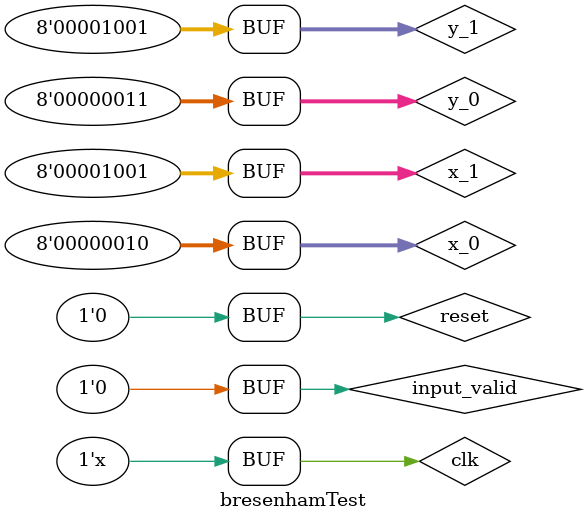
<source format=v>
`timescale 1ns / 1ps


module bresenhamTest;

	// Inputs
	reg clk;
	reg reset;
	reg [7:0] x_0;
	reg [7:0] y_0;
	reg [7:0] x_1;
	reg [7:0] y_1;
	reg input_valid;

	// Outputs
	wire [7:0] x_out;
	wire [7:0] y_out;
	wire output_valid;
	wire ready_for_data;

	// Instantiate the Unit Under Test (UUT)
	bresenham uut (
		.clk(clk), 
		.reset(reset), 
		.x_0(x_0), 
		.y_0(y_0), 
		.x_1(x_1), 
		.y_1(y_1), 
		.input_valid(input_valid), 
		.x_out(x_out), 
		.y_out(y_out), 
		.output_valid(output_valid), 
		.ready_for_data(ready_for_data)
	);

	always begin #50; clk = ~ clk; end

	initial begin
		// Initialize Inputs
		clk = 0;
		reset = 0;
		x_0 = 0;
		y_0 = 0;
		x_1 = 0;
		y_1 = 0;
		input_valid = 0;

		// Wait 100 ns for global reset to finish
		#100;
		
		reset = 1;
		
		#60;
		reset = 0;
		
		
		
		#100;
//		x_0 = 0;			
//		x_1 = 5;
//		y_0 = 0;
//		y_1 = 5;

//		x_0 = 0;			
//		x_1 = 5;
//		y_0 = 0;
//		y_1 = 3;
		
		x_0 = 2;
		x_1 = 9;
		y_0 = 3;
		y_1 = 9;

		
		#60;
		input_valid = 1;
		
		#60;
		input_valid = 0;
		
        
		// Add stimulus here

	end
      
endmodule


</source>
